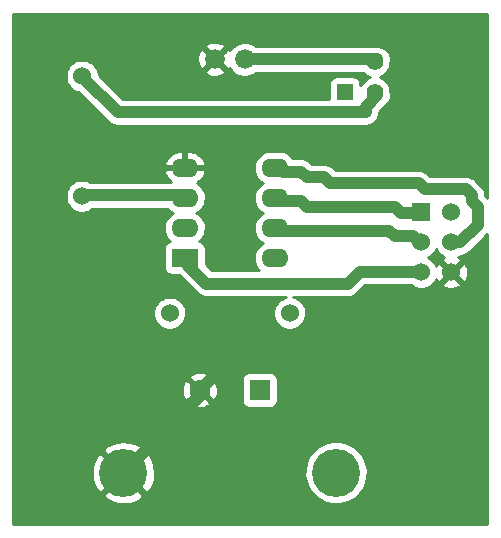
<source format=gbl>
G04 (created by PCBNEW (2013-07-07 BZR 4022)-stable) date 2014-07-19 12:08:06*
%MOIN*%
G04 Gerber Fmt 3.4, Leading zero omitted, Abs format*
%FSLAX34Y34*%
G01*
G70*
G90*
G04 APERTURE LIST*
%ADD10C,0.00590551*%
%ADD11C,0.066*%
%ADD12R,0.06X0.06*%
%ADD13C,0.06*%
%ADD14R,0.09X0.062*%
%ADD15O,0.09X0.062*%
%ADD16C,0.16*%
%ADD17R,0.055X0.055*%
%ADD18C,0.055*%
%ADD19R,0.07X0.07*%
%ADD20C,0.07*%
%ADD21C,0.035*%
%ADD22C,0.0393701*%
%ADD23C,0.01*%
G04 APERTURE END LIST*
G54D10*
G54D11*
X24122Y-15748D03*
X23122Y-15748D03*
G54D12*
X30011Y-20850D03*
G54D13*
X31011Y-20850D03*
X30011Y-21850D03*
X31011Y-21850D03*
X30011Y-22850D03*
X31011Y-22850D03*
G54D14*
X22122Y-22366D03*
G54D15*
X22122Y-21366D03*
X22122Y-20366D03*
X22122Y-19366D03*
X25122Y-19366D03*
X25122Y-20366D03*
X25122Y-21366D03*
X25122Y-22366D03*
G54D16*
X27165Y-29527D03*
G54D17*
X27452Y-16838D03*
G54D18*
X28452Y-16838D03*
X28452Y-15838D03*
G54D13*
X21622Y-24212D03*
X25622Y-24212D03*
X18700Y-16307D03*
X18700Y-20307D03*
G54D19*
X24622Y-26771D03*
G54D20*
X22622Y-26771D03*
G54D16*
X20078Y-29527D03*
G54D21*
X28543Y-26574D03*
G54D22*
X22622Y-26771D02*
X22637Y-26771D01*
X22637Y-26771D02*
X22637Y-26968D01*
X22637Y-26968D02*
X20078Y-29527D01*
X22622Y-26771D02*
X22637Y-26771D01*
X22637Y-26771D02*
X23425Y-25984D01*
X23425Y-25984D02*
X25393Y-25984D01*
X25393Y-25984D02*
X25984Y-26574D01*
X25984Y-26574D02*
X28543Y-26574D01*
X22122Y-22366D02*
X22244Y-22637D01*
X22244Y-22637D02*
X22834Y-23228D01*
X22834Y-23228D02*
X27559Y-23228D01*
X27559Y-23228D02*
X27952Y-22834D01*
X27952Y-22834D02*
X29921Y-22834D01*
X29921Y-22834D02*
X30011Y-22850D01*
X30011Y-21850D02*
X29921Y-21850D01*
X29921Y-21850D02*
X29724Y-21653D01*
X29724Y-21653D02*
X29133Y-21653D01*
X29133Y-21653D02*
X28937Y-21456D01*
X28937Y-21456D02*
X25196Y-21456D01*
X25196Y-21456D02*
X25122Y-21366D01*
X25122Y-20366D02*
X25196Y-20275D01*
X25196Y-20275D02*
X25393Y-20472D01*
X25393Y-20472D02*
X25984Y-20472D01*
X25984Y-20472D02*
X26181Y-20669D01*
X26181Y-20669D02*
X29133Y-20669D01*
X29133Y-20669D02*
X29330Y-20866D01*
X29330Y-20866D02*
X29921Y-20866D01*
X29921Y-20866D02*
X30011Y-20850D01*
X28452Y-15838D02*
X28543Y-15748D01*
X28543Y-15748D02*
X24122Y-15748D01*
X22122Y-20366D02*
X22047Y-20275D01*
X22047Y-20275D02*
X18700Y-20275D01*
X18700Y-20275D02*
X18700Y-20307D01*
X18700Y-16307D02*
X18700Y-16338D01*
X18700Y-16338D02*
X19881Y-17519D01*
X19881Y-17519D02*
X28149Y-17519D01*
X28149Y-17519D02*
X28149Y-17322D01*
X28149Y-17322D02*
X28543Y-16929D01*
X28543Y-16929D02*
X28452Y-16838D01*
X25122Y-19366D02*
X25393Y-19488D01*
X25393Y-19488D02*
X25984Y-19488D01*
X25984Y-19488D02*
X26181Y-19685D01*
X26181Y-19685D02*
X26771Y-19685D01*
X26771Y-19685D02*
X26968Y-19881D01*
X26968Y-19881D02*
X29921Y-19881D01*
X29921Y-19881D02*
X30118Y-20078D01*
X30118Y-20078D02*
X31496Y-20078D01*
X31496Y-20078D02*
X31692Y-20275D01*
X31692Y-20275D02*
X31692Y-20472D01*
X31692Y-20472D02*
X31889Y-20669D01*
X31889Y-20669D02*
X31889Y-21259D01*
X31889Y-21259D02*
X31299Y-21850D01*
X31299Y-21850D02*
X31011Y-21850D01*
G54D10*
G36*
X32210Y-31226D02*
X31563Y-31226D01*
X31563Y-22823D01*
X31548Y-22716D01*
X31511Y-22615D01*
X31486Y-22567D01*
X31391Y-22540D01*
X31082Y-22850D01*
X31391Y-23159D01*
X31486Y-23133D01*
X31532Y-23035D01*
X31558Y-22931D01*
X31563Y-22823D01*
X31563Y-31226D01*
X31321Y-31226D01*
X31321Y-23230D01*
X31011Y-22921D01*
X30702Y-23230D01*
X30728Y-23325D01*
X30826Y-23371D01*
X30930Y-23397D01*
X31038Y-23402D01*
X31145Y-23386D01*
X31247Y-23350D01*
X31294Y-23325D01*
X31321Y-23230D01*
X31321Y-31226D01*
X28215Y-31226D01*
X28215Y-29424D01*
X28175Y-29222D01*
X28096Y-29032D01*
X27982Y-28860D01*
X27837Y-28714D01*
X27667Y-28599D01*
X27477Y-28519D01*
X27275Y-28478D01*
X27069Y-28476D01*
X26867Y-28515D01*
X26676Y-28592D01*
X26504Y-28705D01*
X26357Y-28849D01*
X26240Y-29019D01*
X26159Y-29208D01*
X26116Y-29409D01*
X26113Y-29615D01*
X26151Y-29818D01*
X26226Y-30009D01*
X26338Y-30182D01*
X26481Y-30331D01*
X26650Y-30448D01*
X26839Y-30531D01*
X27040Y-30575D01*
X27246Y-30579D01*
X27449Y-30543D01*
X27641Y-30469D01*
X27814Y-30358D01*
X27964Y-30216D01*
X28082Y-30048D01*
X28166Y-29860D01*
X28212Y-29659D01*
X28215Y-29424D01*
X28215Y-31226D01*
X25222Y-31226D01*
X25222Y-27098D01*
X25222Y-26397D01*
X25212Y-26349D01*
X25193Y-26303D01*
X25166Y-26262D01*
X25132Y-26228D01*
X25091Y-26200D01*
X25046Y-26181D01*
X24998Y-26171D01*
X24949Y-26171D01*
X24247Y-26171D01*
X24199Y-26181D01*
X24154Y-26199D01*
X24113Y-26226D01*
X24078Y-26261D01*
X24051Y-26302D01*
X24032Y-26347D01*
X24022Y-26395D01*
X24021Y-26444D01*
X24022Y-27146D01*
X24031Y-27194D01*
X24050Y-27239D01*
X24077Y-27280D01*
X24111Y-27315D01*
X24152Y-27342D01*
X24197Y-27361D01*
X24245Y-27371D01*
X24294Y-27371D01*
X24996Y-27371D01*
X25044Y-27362D01*
X25089Y-27343D01*
X25130Y-27316D01*
X25165Y-27281D01*
X25193Y-27241D01*
X25212Y-27195D01*
X25221Y-27147D01*
X25222Y-27098D01*
X25222Y-31226D01*
X23224Y-31226D01*
X23224Y-26746D01*
X23208Y-26630D01*
X23169Y-26519D01*
X23137Y-26458D01*
X23037Y-26426D01*
X22967Y-26497D01*
X22967Y-26355D01*
X22934Y-26256D01*
X22828Y-26205D01*
X22714Y-26175D01*
X22597Y-26169D01*
X22480Y-26185D01*
X22369Y-26224D01*
X22309Y-26256D01*
X22276Y-26355D01*
X22622Y-26700D01*
X22967Y-26355D01*
X22967Y-26497D01*
X22692Y-26771D01*
X23037Y-27116D01*
X23137Y-27084D01*
X23188Y-26978D01*
X23217Y-26864D01*
X23224Y-26746D01*
X23224Y-31226D01*
X22967Y-31226D01*
X22967Y-27187D01*
X22622Y-26842D01*
X22551Y-26913D01*
X22551Y-26771D01*
X22206Y-26426D01*
X22172Y-26437D01*
X22172Y-24158D01*
X22151Y-24052D01*
X22110Y-23953D01*
X22050Y-23863D01*
X21974Y-23786D01*
X21884Y-23726D01*
X21785Y-23684D01*
X21679Y-23662D01*
X21571Y-23662D01*
X21466Y-23682D01*
X21366Y-23722D01*
X21275Y-23781D01*
X21198Y-23857D01*
X21137Y-23946D01*
X21095Y-24045D01*
X21072Y-24150D01*
X21071Y-24258D01*
X21090Y-24364D01*
X21130Y-24465D01*
X21188Y-24555D01*
X21263Y-24633D01*
X21352Y-24695D01*
X21451Y-24738D01*
X21556Y-24761D01*
X21664Y-24763D01*
X21770Y-24744D01*
X21871Y-24705D01*
X21962Y-24648D01*
X22040Y-24573D01*
X22102Y-24485D01*
X22146Y-24387D01*
X22170Y-24281D01*
X22172Y-24158D01*
X22172Y-26437D01*
X22106Y-26458D01*
X22055Y-26565D01*
X22026Y-26678D01*
X22019Y-26796D01*
X22035Y-26912D01*
X22074Y-27024D01*
X22106Y-27084D01*
X22206Y-27116D01*
X22551Y-26771D01*
X22551Y-26913D01*
X22276Y-27187D01*
X22309Y-27287D01*
X22415Y-27338D01*
X22529Y-27367D01*
X22646Y-27374D01*
X22763Y-27357D01*
X22874Y-27319D01*
X22934Y-27287D01*
X22967Y-27187D01*
X22967Y-31226D01*
X21133Y-31226D01*
X21133Y-29521D01*
X21112Y-29316D01*
X21051Y-29120D01*
X20960Y-28948D01*
X20815Y-28861D01*
X20744Y-28932D01*
X20744Y-28791D01*
X20657Y-28645D01*
X20475Y-28549D01*
X20277Y-28491D01*
X20072Y-28472D01*
X19868Y-28493D01*
X19671Y-28554D01*
X19499Y-28645D01*
X19413Y-28791D01*
X20078Y-29456D01*
X20744Y-28791D01*
X20744Y-28932D01*
X20149Y-29527D01*
X20815Y-30193D01*
X20960Y-30106D01*
X21056Y-29924D01*
X21114Y-29726D01*
X21133Y-29521D01*
X21133Y-31226D01*
X20744Y-31226D01*
X20744Y-30263D01*
X20078Y-29598D01*
X20008Y-29668D01*
X20008Y-29527D01*
X19342Y-28861D01*
X19196Y-28948D01*
X19101Y-29130D01*
X19042Y-29328D01*
X19023Y-29533D01*
X19044Y-29738D01*
X19105Y-29934D01*
X19196Y-30106D01*
X19342Y-30193D01*
X20008Y-29527D01*
X20008Y-29668D01*
X19413Y-30263D01*
X19499Y-30409D01*
X19682Y-30505D01*
X19879Y-30563D01*
X20084Y-30582D01*
X20289Y-30561D01*
X20486Y-30500D01*
X20657Y-30409D01*
X20744Y-30263D01*
X20744Y-31226D01*
X16411Y-31226D01*
X16411Y-14246D01*
X32210Y-14246D01*
X32210Y-20358D01*
X32210Y-20357D01*
X32206Y-20354D01*
X32206Y-20354D01*
X32206Y-20354D01*
X32205Y-20353D01*
X32139Y-20287D01*
X32139Y-20275D01*
X32135Y-20234D01*
X32132Y-20193D01*
X32131Y-20191D01*
X32131Y-20188D01*
X32119Y-20149D01*
X32107Y-20109D01*
X32106Y-20107D01*
X32106Y-20105D01*
X32086Y-20068D01*
X32067Y-20032D01*
X32066Y-20030D01*
X32065Y-20028D01*
X32039Y-19996D01*
X32013Y-19964D01*
X32010Y-19960D01*
X32009Y-19960D01*
X32009Y-19960D01*
X32008Y-19959D01*
X31812Y-19762D01*
X31780Y-19736D01*
X31748Y-19710D01*
X31746Y-19708D01*
X31744Y-19707D01*
X31708Y-19687D01*
X31672Y-19668D01*
X31669Y-19667D01*
X31667Y-19666D01*
X31628Y-19654D01*
X31588Y-19641D01*
X31586Y-19641D01*
X31584Y-19640D01*
X31543Y-19636D01*
X31502Y-19631D01*
X31497Y-19631D01*
X31497Y-19631D01*
X31497Y-19631D01*
X31496Y-19631D01*
X30303Y-19631D01*
X30237Y-19565D01*
X30205Y-19539D01*
X30173Y-19513D01*
X30171Y-19512D01*
X30169Y-19510D01*
X30133Y-19491D01*
X30097Y-19471D01*
X30095Y-19470D01*
X30092Y-19469D01*
X30053Y-19457D01*
X30014Y-19444D01*
X30011Y-19444D01*
X30009Y-19443D01*
X29968Y-19439D01*
X29927Y-19435D01*
X29922Y-19435D01*
X29922Y-19435D01*
X29922Y-19435D01*
X29921Y-19435D01*
X28990Y-19435D01*
X28990Y-16930D01*
X28986Y-16888D01*
X28982Y-16846D01*
X28982Y-16845D01*
X28981Y-16843D01*
X28977Y-16827D01*
X28977Y-16787D01*
X28957Y-16686D01*
X28918Y-16590D01*
X28861Y-16505D01*
X28789Y-16432D01*
X28703Y-16374D01*
X28616Y-16338D01*
X28690Y-16309D01*
X28777Y-16254D01*
X28852Y-16183D01*
X28911Y-16099D01*
X28953Y-16005D01*
X28976Y-15904D01*
X28976Y-15851D01*
X28981Y-15837D01*
X28981Y-15837D01*
X28981Y-15836D01*
X28985Y-15793D01*
X28990Y-15751D01*
X28990Y-15750D01*
X28990Y-15749D01*
X28986Y-15706D01*
X28982Y-15664D01*
X28982Y-15663D01*
X28981Y-15662D01*
X28969Y-15621D01*
X28957Y-15580D01*
X28957Y-15579D01*
X28957Y-15579D01*
X28937Y-15541D01*
X28917Y-15503D01*
X28916Y-15502D01*
X28916Y-15502D01*
X28889Y-15468D01*
X28862Y-15435D01*
X28861Y-15434D01*
X28861Y-15434D01*
X28828Y-15406D01*
X28795Y-15379D01*
X28795Y-15378D01*
X28794Y-15378D01*
X28756Y-15357D01*
X28719Y-15337D01*
X28718Y-15337D01*
X28717Y-15336D01*
X28677Y-15323D01*
X28636Y-15310D01*
X28635Y-15310D01*
X28634Y-15310D01*
X28592Y-15306D01*
X28549Y-15301D01*
X28548Y-15301D01*
X28547Y-15301D01*
X28547Y-15301D01*
X28543Y-15301D01*
X24495Y-15301D01*
X24493Y-15298D01*
X24399Y-15235D01*
X24294Y-15191D01*
X24182Y-15168D01*
X24069Y-15167D01*
X23957Y-15188D01*
X23852Y-15231D01*
X23756Y-15293D01*
X23675Y-15373D01*
X23622Y-15450D01*
X23621Y-15447D01*
X23523Y-15417D01*
X23452Y-15487D01*
X23452Y-15346D01*
X23422Y-15248D01*
X23320Y-15199D01*
X23209Y-15171D01*
X23096Y-15165D01*
X22983Y-15181D01*
X22876Y-15219D01*
X22821Y-15248D01*
X22791Y-15346D01*
X23122Y-15677D01*
X23452Y-15346D01*
X23452Y-15487D01*
X23192Y-15748D01*
X23523Y-16078D01*
X23621Y-16048D01*
X23623Y-16044D01*
X23665Y-16110D01*
X23744Y-16191D01*
X23837Y-16256D01*
X23941Y-16302D01*
X24053Y-16326D01*
X24166Y-16329D01*
X24278Y-16309D01*
X24384Y-16268D01*
X24480Y-16207D01*
X24493Y-16194D01*
X28066Y-16194D01*
X28110Y-16240D01*
X28195Y-16299D01*
X28287Y-16339D01*
X28208Y-16371D01*
X28122Y-16427D01*
X28048Y-16499D01*
X27990Y-16584D01*
X27977Y-16614D01*
X27977Y-16539D01*
X27968Y-16490D01*
X27949Y-16445D01*
X27922Y-16404D01*
X27887Y-16370D01*
X27847Y-16342D01*
X27802Y-16323D01*
X27754Y-16313D01*
X27704Y-16313D01*
X27153Y-16313D01*
X27105Y-16323D01*
X27059Y-16341D01*
X27018Y-16368D01*
X26984Y-16403D01*
X26956Y-16444D01*
X26937Y-16489D01*
X26927Y-16537D01*
X26927Y-16586D01*
X26927Y-17072D01*
X23452Y-17072D01*
X23452Y-16149D01*
X23122Y-15818D01*
X23051Y-15889D01*
X23051Y-15748D01*
X22720Y-15417D01*
X22622Y-15447D01*
X22573Y-15549D01*
X22545Y-15660D01*
X22539Y-15773D01*
X22555Y-15886D01*
X22593Y-15993D01*
X22622Y-16048D01*
X22720Y-16078D01*
X23051Y-15748D01*
X23051Y-15889D01*
X22791Y-16149D01*
X22821Y-16247D01*
X22923Y-16296D01*
X23034Y-16324D01*
X23147Y-16330D01*
X23260Y-16314D01*
X23367Y-16276D01*
X23422Y-16247D01*
X23452Y-16149D01*
X23452Y-17072D01*
X20066Y-17072D01*
X19250Y-16256D01*
X19250Y-16253D01*
X19229Y-16147D01*
X19188Y-16047D01*
X19129Y-15957D01*
X19053Y-15881D01*
X18963Y-15820D01*
X18864Y-15779D01*
X18758Y-15757D01*
X18650Y-15756D01*
X18544Y-15776D01*
X18444Y-15817D01*
X18354Y-15876D01*
X18277Y-15951D01*
X18216Y-16040D01*
X18173Y-16139D01*
X18151Y-16245D01*
X18150Y-16353D01*
X18169Y-16459D01*
X18209Y-16559D01*
X18267Y-16650D01*
X18342Y-16727D01*
X18431Y-16789D01*
X18530Y-16832D01*
X18572Y-16841D01*
X19565Y-17835D01*
X19597Y-17861D01*
X19629Y-17888D01*
X19631Y-17889D01*
X19633Y-17891D01*
X19669Y-17910D01*
X19705Y-17930D01*
X19708Y-17931D01*
X19710Y-17932D01*
X19749Y-17944D01*
X19788Y-17956D01*
X19791Y-17957D01*
X19793Y-17957D01*
X19834Y-17961D01*
X19875Y-17966D01*
X19880Y-17966D01*
X19880Y-17966D01*
X19880Y-17966D01*
X19881Y-17966D01*
X28149Y-17966D01*
X28191Y-17962D01*
X28233Y-17958D01*
X28234Y-17958D01*
X28236Y-17958D01*
X28276Y-17945D01*
X28316Y-17933D01*
X28318Y-17933D01*
X28319Y-17932D01*
X28357Y-17913D01*
X28394Y-17893D01*
X28395Y-17892D01*
X28396Y-17891D01*
X28429Y-17865D01*
X28462Y-17838D01*
X28463Y-17837D01*
X28464Y-17836D01*
X28491Y-17804D01*
X28518Y-17772D01*
X28519Y-17770D01*
X28520Y-17769D01*
X28540Y-17732D01*
X28560Y-17695D01*
X28560Y-17694D01*
X28561Y-17692D01*
X28573Y-17652D01*
X28586Y-17612D01*
X28586Y-17611D01*
X28587Y-17609D01*
X28591Y-17567D01*
X28596Y-17525D01*
X28596Y-17522D01*
X28596Y-17522D01*
X28596Y-17522D01*
X28596Y-17519D01*
X28596Y-17507D01*
X28859Y-17245D01*
X28886Y-17212D01*
X28912Y-17180D01*
X28913Y-17178D01*
X28914Y-17177D01*
X28934Y-17140D01*
X28954Y-17103D01*
X28955Y-17102D01*
X28955Y-17100D01*
X28968Y-17060D01*
X28980Y-17020D01*
X28980Y-17018D01*
X28981Y-17017D01*
X28985Y-16975D01*
X28990Y-16933D01*
X28989Y-16932D01*
X28990Y-16930D01*
X28990Y-19435D01*
X27153Y-19435D01*
X27087Y-19369D01*
X27055Y-19342D01*
X27024Y-19316D01*
X27022Y-19315D01*
X27020Y-19313D01*
X26983Y-19294D01*
X26947Y-19274D01*
X26945Y-19273D01*
X26943Y-19272D01*
X26903Y-19260D01*
X26864Y-19247D01*
X26862Y-19247D01*
X26859Y-19247D01*
X26818Y-19242D01*
X26777Y-19238D01*
X26773Y-19238D01*
X26773Y-19238D01*
X26773Y-19238D01*
X26771Y-19238D01*
X26366Y-19238D01*
X26300Y-19172D01*
X26268Y-19146D01*
X26236Y-19119D01*
X26234Y-19118D01*
X26232Y-19116D01*
X26196Y-19097D01*
X26160Y-19077D01*
X26158Y-19076D01*
X26155Y-19075D01*
X26116Y-19063D01*
X26077Y-19051D01*
X26074Y-19050D01*
X26072Y-19050D01*
X26031Y-19045D01*
X25990Y-19041D01*
X25985Y-19041D01*
X25985Y-19041D01*
X25985Y-19041D01*
X25984Y-19041D01*
X25719Y-19041D01*
X25665Y-18974D01*
X25581Y-18904D01*
X25486Y-18851D01*
X25381Y-18818D01*
X25273Y-18806D01*
X25265Y-18806D01*
X24978Y-18806D01*
X24869Y-18816D01*
X24765Y-18848D01*
X24668Y-18899D01*
X24584Y-18968D01*
X24514Y-19052D01*
X24462Y-19149D01*
X24430Y-19253D01*
X24418Y-19362D01*
X24428Y-19471D01*
X24459Y-19575D01*
X24510Y-19672D01*
X24578Y-19757D01*
X24662Y-19828D01*
X24731Y-19866D01*
X24668Y-19899D01*
X24584Y-19968D01*
X24514Y-20052D01*
X24462Y-20149D01*
X24430Y-20253D01*
X24418Y-20362D01*
X24428Y-20471D01*
X24459Y-20575D01*
X24510Y-20672D01*
X24578Y-20757D01*
X24662Y-20828D01*
X24731Y-20866D01*
X24668Y-20899D01*
X24584Y-20968D01*
X24514Y-21052D01*
X24462Y-21149D01*
X24430Y-21253D01*
X24418Y-21362D01*
X24428Y-21471D01*
X24459Y-21575D01*
X24510Y-21672D01*
X24578Y-21757D01*
X24662Y-21828D01*
X24731Y-21866D01*
X24668Y-21899D01*
X24584Y-21968D01*
X24514Y-22052D01*
X24462Y-22149D01*
X24430Y-22253D01*
X24418Y-22362D01*
X24428Y-22471D01*
X24459Y-22575D01*
X24510Y-22672D01*
X24578Y-22757D01*
X24606Y-22781D01*
X23019Y-22781D01*
X22822Y-22583D01*
X22822Y-22031D01*
X22812Y-21983D01*
X22793Y-21938D01*
X22766Y-21897D01*
X22732Y-21862D01*
X22691Y-21835D01*
X22646Y-21816D01*
X22605Y-21807D01*
X22660Y-21763D01*
X22729Y-21679D01*
X22781Y-21583D01*
X22813Y-21478D01*
X22825Y-21370D01*
X22815Y-21261D01*
X22784Y-21156D01*
X22734Y-21059D01*
X22665Y-20974D01*
X22581Y-20904D01*
X22512Y-20865D01*
X22575Y-20832D01*
X22660Y-20763D01*
X22729Y-20679D01*
X22781Y-20583D01*
X22813Y-20478D01*
X22825Y-20370D01*
X22815Y-20261D01*
X22784Y-20156D01*
X22734Y-20059D01*
X22665Y-19974D01*
X22581Y-19904D01*
X22515Y-19867D01*
X22521Y-19864D01*
X22613Y-19804D01*
X22692Y-19728D01*
X22754Y-19637D01*
X22797Y-19537D01*
X22805Y-19502D01*
X22805Y-19229D01*
X22797Y-19195D01*
X22754Y-19094D01*
X22692Y-19004D01*
X22613Y-18927D01*
X22521Y-18867D01*
X22419Y-18826D01*
X22312Y-18806D01*
X22172Y-18806D01*
X22172Y-19316D01*
X22757Y-19316D01*
X22805Y-19229D01*
X22805Y-19502D01*
X22757Y-19416D01*
X22172Y-19416D01*
X22172Y-19424D01*
X22072Y-19424D01*
X22072Y-19416D01*
X22072Y-19316D01*
X22072Y-18806D01*
X21932Y-18806D01*
X21824Y-18826D01*
X21722Y-18867D01*
X21630Y-18927D01*
X21551Y-19004D01*
X21489Y-19094D01*
X21446Y-19195D01*
X21438Y-19229D01*
X21487Y-19316D01*
X22072Y-19316D01*
X22072Y-19416D01*
X21487Y-19416D01*
X21438Y-19502D01*
X21446Y-19537D01*
X21489Y-19637D01*
X21551Y-19728D01*
X21630Y-19804D01*
X21667Y-19828D01*
X18975Y-19828D01*
X18963Y-19820D01*
X18864Y-19779D01*
X18758Y-19757D01*
X18650Y-19756D01*
X18544Y-19776D01*
X18444Y-19817D01*
X18354Y-19876D01*
X18277Y-19951D01*
X18216Y-20040D01*
X18173Y-20139D01*
X18151Y-20245D01*
X18150Y-20353D01*
X18169Y-20459D01*
X18209Y-20559D01*
X18267Y-20650D01*
X18342Y-20727D01*
X18431Y-20789D01*
X18530Y-20832D01*
X18635Y-20855D01*
X18743Y-20858D01*
X18849Y-20839D01*
X18949Y-20800D01*
X19041Y-20742D01*
X19062Y-20722D01*
X21550Y-20722D01*
X21578Y-20757D01*
X21662Y-20828D01*
X21731Y-20866D01*
X21668Y-20899D01*
X21584Y-20968D01*
X21514Y-21052D01*
X21462Y-21149D01*
X21430Y-21253D01*
X21418Y-21362D01*
X21428Y-21471D01*
X21459Y-21575D01*
X21510Y-21672D01*
X21578Y-21757D01*
X21638Y-21807D01*
X21599Y-21815D01*
X21554Y-21834D01*
X21513Y-21861D01*
X21478Y-21896D01*
X21451Y-21936D01*
X21432Y-21981D01*
X21422Y-22029D01*
X21421Y-22078D01*
X21422Y-22700D01*
X21431Y-22748D01*
X21450Y-22794D01*
X21477Y-22834D01*
X21511Y-22869D01*
X21552Y-22897D01*
X21597Y-22916D01*
X21645Y-22925D01*
X21694Y-22926D01*
X21905Y-22926D01*
X21923Y-22949D01*
X21928Y-22953D01*
X22518Y-23544D01*
X22550Y-23570D01*
X22582Y-23597D01*
X22584Y-23598D01*
X22586Y-23599D01*
X22622Y-23619D01*
X22658Y-23639D01*
X22660Y-23639D01*
X22662Y-23640D01*
X22702Y-23652D01*
X22741Y-23665D01*
X22744Y-23665D01*
X22746Y-23666D01*
X22787Y-23670D01*
X22828Y-23675D01*
X22832Y-23675D01*
X22833Y-23675D01*
X22833Y-23675D01*
X22834Y-23675D01*
X25503Y-23675D01*
X25466Y-23682D01*
X25366Y-23722D01*
X25275Y-23781D01*
X25198Y-23857D01*
X25137Y-23946D01*
X25095Y-24045D01*
X25072Y-24150D01*
X25071Y-24258D01*
X25090Y-24364D01*
X25130Y-24465D01*
X25188Y-24555D01*
X25263Y-24633D01*
X25352Y-24695D01*
X25451Y-24738D01*
X25556Y-24761D01*
X25664Y-24763D01*
X25770Y-24744D01*
X25871Y-24705D01*
X25962Y-24648D01*
X26040Y-24573D01*
X26102Y-24485D01*
X26146Y-24387D01*
X26170Y-24281D01*
X26172Y-24158D01*
X26151Y-24052D01*
X26110Y-23953D01*
X26050Y-23863D01*
X25974Y-23786D01*
X25884Y-23726D01*
X25785Y-23684D01*
X25739Y-23675D01*
X27559Y-23675D01*
X27600Y-23671D01*
X27641Y-23667D01*
X27643Y-23666D01*
X27645Y-23666D01*
X27685Y-23654D01*
X27725Y-23643D01*
X27727Y-23642D01*
X27729Y-23641D01*
X27765Y-23622D01*
X27802Y-23603D01*
X27804Y-23601D01*
X27806Y-23600D01*
X27838Y-23574D01*
X27870Y-23548D01*
X27873Y-23545D01*
X27873Y-23545D01*
X27873Y-23545D01*
X27875Y-23544D01*
X28137Y-23281D01*
X29668Y-23281D01*
X29742Y-23332D01*
X29841Y-23376D01*
X29946Y-23399D01*
X30054Y-23401D01*
X30160Y-23382D01*
X30260Y-23343D01*
X30352Y-23285D01*
X30430Y-23211D01*
X30492Y-23123D01*
X30510Y-23082D01*
X30511Y-23085D01*
X30537Y-23133D01*
X30631Y-23159D01*
X30941Y-22850D01*
X30631Y-22540D01*
X30537Y-22567D01*
X30512Y-22620D01*
X30499Y-22590D01*
X30440Y-22501D01*
X30364Y-22424D01*
X30274Y-22364D01*
X30242Y-22350D01*
X30260Y-22343D01*
X30352Y-22285D01*
X30430Y-22211D01*
X30492Y-22123D01*
X30511Y-22080D01*
X30520Y-22103D01*
X30578Y-22193D01*
X30653Y-22271D01*
X30742Y-22332D01*
X30779Y-22349D01*
X30776Y-22350D01*
X30728Y-22375D01*
X30702Y-22470D01*
X31011Y-22779D01*
X31321Y-22470D01*
X31294Y-22375D01*
X31242Y-22350D01*
X31260Y-22343D01*
X31340Y-22293D01*
X31381Y-22289D01*
X31383Y-22288D01*
X31386Y-22288D01*
X31425Y-22276D01*
X31465Y-22265D01*
X31467Y-22264D01*
X31469Y-22263D01*
X31505Y-22244D01*
X31542Y-22225D01*
X31544Y-22223D01*
X31546Y-22222D01*
X31578Y-22196D01*
X31610Y-22170D01*
X31614Y-22167D01*
X31614Y-22167D01*
X31614Y-22167D01*
X31615Y-22166D01*
X32205Y-21575D01*
X32210Y-21569D01*
X32210Y-31226D01*
X32210Y-31226D01*
G37*
G54D23*
X32210Y-31226D02*
X31563Y-31226D01*
X31563Y-22823D01*
X31548Y-22716D01*
X31511Y-22615D01*
X31486Y-22567D01*
X31391Y-22540D01*
X31082Y-22850D01*
X31391Y-23159D01*
X31486Y-23133D01*
X31532Y-23035D01*
X31558Y-22931D01*
X31563Y-22823D01*
X31563Y-31226D01*
X31321Y-31226D01*
X31321Y-23230D01*
X31011Y-22921D01*
X30702Y-23230D01*
X30728Y-23325D01*
X30826Y-23371D01*
X30930Y-23397D01*
X31038Y-23402D01*
X31145Y-23386D01*
X31247Y-23350D01*
X31294Y-23325D01*
X31321Y-23230D01*
X31321Y-31226D01*
X28215Y-31226D01*
X28215Y-29424D01*
X28175Y-29222D01*
X28096Y-29032D01*
X27982Y-28860D01*
X27837Y-28714D01*
X27667Y-28599D01*
X27477Y-28519D01*
X27275Y-28478D01*
X27069Y-28476D01*
X26867Y-28515D01*
X26676Y-28592D01*
X26504Y-28705D01*
X26357Y-28849D01*
X26240Y-29019D01*
X26159Y-29208D01*
X26116Y-29409D01*
X26113Y-29615D01*
X26151Y-29818D01*
X26226Y-30009D01*
X26338Y-30182D01*
X26481Y-30331D01*
X26650Y-30448D01*
X26839Y-30531D01*
X27040Y-30575D01*
X27246Y-30579D01*
X27449Y-30543D01*
X27641Y-30469D01*
X27814Y-30358D01*
X27964Y-30216D01*
X28082Y-30048D01*
X28166Y-29860D01*
X28212Y-29659D01*
X28215Y-29424D01*
X28215Y-31226D01*
X25222Y-31226D01*
X25222Y-27098D01*
X25222Y-26397D01*
X25212Y-26349D01*
X25193Y-26303D01*
X25166Y-26262D01*
X25132Y-26228D01*
X25091Y-26200D01*
X25046Y-26181D01*
X24998Y-26171D01*
X24949Y-26171D01*
X24247Y-26171D01*
X24199Y-26181D01*
X24154Y-26199D01*
X24113Y-26226D01*
X24078Y-26261D01*
X24051Y-26302D01*
X24032Y-26347D01*
X24022Y-26395D01*
X24021Y-26444D01*
X24022Y-27146D01*
X24031Y-27194D01*
X24050Y-27239D01*
X24077Y-27280D01*
X24111Y-27315D01*
X24152Y-27342D01*
X24197Y-27361D01*
X24245Y-27371D01*
X24294Y-27371D01*
X24996Y-27371D01*
X25044Y-27362D01*
X25089Y-27343D01*
X25130Y-27316D01*
X25165Y-27281D01*
X25193Y-27241D01*
X25212Y-27195D01*
X25221Y-27147D01*
X25222Y-27098D01*
X25222Y-31226D01*
X23224Y-31226D01*
X23224Y-26746D01*
X23208Y-26630D01*
X23169Y-26519D01*
X23137Y-26458D01*
X23037Y-26426D01*
X22967Y-26497D01*
X22967Y-26355D01*
X22934Y-26256D01*
X22828Y-26205D01*
X22714Y-26175D01*
X22597Y-26169D01*
X22480Y-26185D01*
X22369Y-26224D01*
X22309Y-26256D01*
X22276Y-26355D01*
X22622Y-26700D01*
X22967Y-26355D01*
X22967Y-26497D01*
X22692Y-26771D01*
X23037Y-27116D01*
X23137Y-27084D01*
X23188Y-26978D01*
X23217Y-26864D01*
X23224Y-26746D01*
X23224Y-31226D01*
X22967Y-31226D01*
X22967Y-27187D01*
X22622Y-26842D01*
X22551Y-26913D01*
X22551Y-26771D01*
X22206Y-26426D01*
X22172Y-26437D01*
X22172Y-24158D01*
X22151Y-24052D01*
X22110Y-23953D01*
X22050Y-23863D01*
X21974Y-23786D01*
X21884Y-23726D01*
X21785Y-23684D01*
X21679Y-23662D01*
X21571Y-23662D01*
X21466Y-23682D01*
X21366Y-23722D01*
X21275Y-23781D01*
X21198Y-23857D01*
X21137Y-23946D01*
X21095Y-24045D01*
X21072Y-24150D01*
X21071Y-24258D01*
X21090Y-24364D01*
X21130Y-24465D01*
X21188Y-24555D01*
X21263Y-24633D01*
X21352Y-24695D01*
X21451Y-24738D01*
X21556Y-24761D01*
X21664Y-24763D01*
X21770Y-24744D01*
X21871Y-24705D01*
X21962Y-24648D01*
X22040Y-24573D01*
X22102Y-24485D01*
X22146Y-24387D01*
X22170Y-24281D01*
X22172Y-24158D01*
X22172Y-26437D01*
X22106Y-26458D01*
X22055Y-26565D01*
X22026Y-26678D01*
X22019Y-26796D01*
X22035Y-26912D01*
X22074Y-27024D01*
X22106Y-27084D01*
X22206Y-27116D01*
X22551Y-26771D01*
X22551Y-26913D01*
X22276Y-27187D01*
X22309Y-27287D01*
X22415Y-27338D01*
X22529Y-27367D01*
X22646Y-27374D01*
X22763Y-27357D01*
X22874Y-27319D01*
X22934Y-27287D01*
X22967Y-27187D01*
X22967Y-31226D01*
X21133Y-31226D01*
X21133Y-29521D01*
X21112Y-29316D01*
X21051Y-29120D01*
X20960Y-28948D01*
X20815Y-28861D01*
X20744Y-28932D01*
X20744Y-28791D01*
X20657Y-28645D01*
X20475Y-28549D01*
X20277Y-28491D01*
X20072Y-28472D01*
X19868Y-28493D01*
X19671Y-28554D01*
X19499Y-28645D01*
X19413Y-28791D01*
X20078Y-29456D01*
X20744Y-28791D01*
X20744Y-28932D01*
X20149Y-29527D01*
X20815Y-30193D01*
X20960Y-30106D01*
X21056Y-29924D01*
X21114Y-29726D01*
X21133Y-29521D01*
X21133Y-31226D01*
X20744Y-31226D01*
X20744Y-30263D01*
X20078Y-29598D01*
X20008Y-29668D01*
X20008Y-29527D01*
X19342Y-28861D01*
X19196Y-28948D01*
X19101Y-29130D01*
X19042Y-29328D01*
X19023Y-29533D01*
X19044Y-29738D01*
X19105Y-29934D01*
X19196Y-30106D01*
X19342Y-30193D01*
X20008Y-29527D01*
X20008Y-29668D01*
X19413Y-30263D01*
X19499Y-30409D01*
X19682Y-30505D01*
X19879Y-30563D01*
X20084Y-30582D01*
X20289Y-30561D01*
X20486Y-30500D01*
X20657Y-30409D01*
X20744Y-30263D01*
X20744Y-31226D01*
X16411Y-31226D01*
X16411Y-14246D01*
X32210Y-14246D01*
X32210Y-20358D01*
X32210Y-20357D01*
X32206Y-20354D01*
X32206Y-20354D01*
X32206Y-20354D01*
X32205Y-20353D01*
X32139Y-20287D01*
X32139Y-20275D01*
X32135Y-20234D01*
X32132Y-20193D01*
X32131Y-20191D01*
X32131Y-20188D01*
X32119Y-20149D01*
X32107Y-20109D01*
X32106Y-20107D01*
X32106Y-20105D01*
X32086Y-20068D01*
X32067Y-20032D01*
X32066Y-20030D01*
X32065Y-20028D01*
X32039Y-19996D01*
X32013Y-19964D01*
X32010Y-19960D01*
X32009Y-19960D01*
X32009Y-19960D01*
X32008Y-19959D01*
X31812Y-19762D01*
X31780Y-19736D01*
X31748Y-19710D01*
X31746Y-19708D01*
X31744Y-19707D01*
X31708Y-19687D01*
X31672Y-19668D01*
X31669Y-19667D01*
X31667Y-19666D01*
X31628Y-19654D01*
X31588Y-19641D01*
X31586Y-19641D01*
X31584Y-19640D01*
X31543Y-19636D01*
X31502Y-19631D01*
X31497Y-19631D01*
X31497Y-19631D01*
X31497Y-19631D01*
X31496Y-19631D01*
X30303Y-19631D01*
X30237Y-19565D01*
X30205Y-19539D01*
X30173Y-19513D01*
X30171Y-19512D01*
X30169Y-19510D01*
X30133Y-19491D01*
X30097Y-19471D01*
X30095Y-19470D01*
X30092Y-19469D01*
X30053Y-19457D01*
X30014Y-19444D01*
X30011Y-19444D01*
X30009Y-19443D01*
X29968Y-19439D01*
X29927Y-19435D01*
X29922Y-19435D01*
X29922Y-19435D01*
X29922Y-19435D01*
X29921Y-19435D01*
X28990Y-19435D01*
X28990Y-16930D01*
X28986Y-16888D01*
X28982Y-16846D01*
X28982Y-16845D01*
X28981Y-16843D01*
X28977Y-16827D01*
X28977Y-16787D01*
X28957Y-16686D01*
X28918Y-16590D01*
X28861Y-16505D01*
X28789Y-16432D01*
X28703Y-16374D01*
X28616Y-16338D01*
X28690Y-16309D01*
X28777Y-16254D01*
X28852Y-16183D01*
X28911Y-16099D01*
X28953Y-16005D01*
X28976Y-15904D01*
X28976Y-15851D01*
X28981Y-15837D01*
X28981Y-15837D01*
X28981Y-15836D01*
X28985Y-15793D01*
X28990Y-15751D01*
X28990Y-15750D01*
X28990Y-15749D01*
X28986Y-15706D01*
X28982Y-15664D01*
X28982Y-15663D01*
X28981Y-15662D01*
X28969Y-15621D01*
X28957Y-15580D01*
X28957Y-15579D01*
X28957Y-15579D01*
X28937Y-15541D01*
X28917Y-15503D01*
X28916Y-15502D01*
X28916Y-15502D01*
X28889Y-15468D01*
X28862Y-15435D01*
X28861Y-15434D01*
X28861Y-15434D01*
X28828Y-15406D01*
X28795Y-15379D01*
X28795Y-15378D01*
X28794Y-15378D01*
X28756Y-15357D01*
X28719Y-15337D01*
X28718Y-15337D01*
X28717Y-15336D01*
X28677Y-15323D01*
X28636Y-15310D01*
X28635Y-15310D01*
X28634Y-15310D01*
X28592Y-15306D01*
X28549Y-15301D01*
X28548Y-15301D01*
X28547Y-15301D01*
X28547Y-15301D01*
X28543Y-15301D01*
X24495Y-15301D01*
X24493Y-15298D01*
X24399Y-15235D01*
X24294Y-15191D01*
X24182Y-15168D01*
X24069Y-15167D01*
X23957Y-15188D01*
X23852Y-15231D01*
X23756Y-15293D01*
X23675Y-15373D01*
X23622Y-15450D01*
X23621Y-15447D01*
X23523Y-15417D01*
X23452Y-15487D01*
X23452Y-15346D01*
X23422Y-15248D01*
X23320Y-15199D01*
X23209Y-15171D01*
X23096Y-15165D01*
X22983Y-15181D01*
X22876Y-15219D01*
X22821Y-15248D01*
X22791Y-15346D01*
X23122Y-15677D01*
X23452Y-15346D01*
X23452Y-15487D01*
X23192Y-15748D01*
X23523Y-16078D01*
X23621Y-16048D01*
X23623Y-16044D01*
X23665Y-16110D01*
X23744Y-16191D01*
X23837Y-16256D01*
X23941Y-16302D01*
X24053Y-16326D01*
X24166Y-16329D01*
X24278Y-16309D01*
X24384Y-16268D01*
X24480Y-16207D01*
X24493Y-16194D01*
X28066Y-16194D01*
X28110Y-16240D01*
X28195Y-16299D01*
X28287Y-16339D01*
X28208Y-16371D01*
X28122Y-16427D01*
X28048Y-16499D01*
X27990Y-16584D01*
X27977Y-16614D01*
X27977Y-16539D01*
X27968Y-16490D01*
X27949Y-16445D01*
X27922Y-16404D01*
X27887Y-16370D01*
X27847Y-16342D01*
X27802Y-16323D01*
X27754Y-16313D01*
X27704Y-16313D01*
X27153Y-16313D01*
X27105Y-16323D01*
X27059Y-16341D01*
X27018Y-16368D01*
X26984Y-16403D01*
X26956Y-16444D01*
X26937Y-16489D01*
X26927Y-16537D01*
X26927Y-16586D01*
X26927Y-17072D01*
X23452Y-17072D01*
X23452Y-16149D01*
X23122Y-15818D01*
X23051Y-15889D01*
X23051Y-15748D01*
X22720Y-15417D01*
X22622Y-15447D01*
X22573Y-15549D01*
X22545Y-15660D01*
X22539Y-15773D01*
X22555Y-15886D01*
X22593Y-15993D01*
X22622Y-16048D01*
X22720Y-16078D01*
X23051Y-15748D01*
X23051Y-15889D01*
X22791Y-16149D01*
X22821Y-16247D01*
X22923Y-16296D01*
X23034Y-16324D01*
X23147Y-16330D01*
X23260Y-16314D01*
X23367Y-16276D01*
X23422Y-16247D01*
X23452Y-16149D01*
X23452Y-17072D01*
X20066Y-17072D01*
X19250Y-16256D01*
X19250Y-16253D01*
X19229Y-16147D01*
X19188Y-16047D01*
X19129Y-15957D01*
X19053Y-15881D01*
X18963Y-15820D01*
X18864Y-15779D01*
X18758Y-15757D01*
X18650Y-15756D01*
X18544Y-15776D01*
X18444Y-15817D01*
X18354Y-15876D01*
X18277Y-15951D01*
X18216Y-16040D01*
X18173Y-16139D01*
X18151Y-16245D01*
X18150Y-16353D01*
X18169Y-16459D01*
X18209Y-16559D01*
X18267Y-16650D01*
X18342Y-16727D01*
X18431Y-16789D01*
X18530Y-16832D01*
X18572Y-16841D01*
X19565Y-17835D01*
X19597Y-17861D01*
X19629Y-17888D01*
X19631Y-17889D01*
X19633Y-17891D01*
X19669Y-17910D01*
X19705Y-17930D01*
X19708Y-17931D01*
X19710Y-17932D01*
X19749Y-17944D01*
X19788Y-17956D01*
X19791Y-17957D01*
X19793Y-17957D01*
X19834Y-17961D01*
X19875Y-17966D01*
X19880Y-17966D01*
X19880Y-17966D01*
X19880Y-17966D01*
X19881Y-17966D01*
X28149Y-17966D01*
X28191Y-17962D01*
X28233Y-17958D01*
X28234Y-17958D01*
X28236Y-17958D01*
X28276Y-17945D01*
X28316Y-17933D01*
X28318Y-17933D01*
X28319Y-17932D01*
X28357Y-17913D01*
X28394Y-17893D01*
X28395Y-17892D01*
X28396Y-17891D01*
X28429Y-17865D01*
X28462Y-17838D01*
X28463Y-17837D01*
X28464Y-17836D01*
X28491Y-17804D01*
X28518Y-17772D01*
X28519Y-17770D01*
X28520Y-17769D01*
X28540Y-17732D01*
X28560Y-17695D01*
X28560Y-17694D01*
X28561Y-17692D01*
X28573Y-17652D01*
X28586Y-17612D01*
X28586Y-17611D01*
X28587Y-17609D01*
X28591Y-17567D01*
X28596Y-17525D01*
X28596Y-17522D01*
X28596Y-17522D01*
X28596Y-17522D01*
X28596Y-17519D01*
X28596Y-17507D01*
X28859Y-17245D01*
X28886Y-17212D01*
X28912Y-17180D01*
X28913Y-17178D01*
X28914Y-17177D01*
X28934Y-17140D01*
X28954Y-17103D01*
X28955Y-17102D01*
X28955Y-17100D01*
X28968Y-17060D01*
X28980Y-17020D01*
X28980Y-17018D01*
X28981Y-17017D01*
X28985Y-16975D01*
X28990Y-16933D01*
X28989Y-16932D01*
X28990Y-16930D01*
X28990Y-19435D01*
X27153Y-19435D01*
X27087Y-19369D01*
X27055Y-19342D01*
X27024Y-19316D01*
X27022Y-19315D01*
X27020Y-19313D01*
X26983Y-19294D01*
X26947Y-19274D01*
X26945Y-19273D01*
X26943Y-19272D01*
X26903Y-19260D01*
X26864Y-19247D01*
X26862Y-19247D01*
X26859Y-19247D01*
X26818Y-19242D01*
X26777Y-19238D01*
X26773Y-19238D01*
X26773Y-19238D01*
X26773Y-19238D01*
X26771Y-19238D01*
X26366Y-19238D01*
X26300Y-19172D01*
X26268Y-19146D01*
X26236Y-19119D01*
X26234Y-19118D01*
X26232Y-19116D01*
X26196Y-19097D01*
X26160Y-19077D01*
X26158Y-19076D01*
X26155Y-19075D01*
X26116Y-19063D01*
X26077Y-19051D01*
X26074Y-19050D01*
X26072Y-19050D01*
X26031Y-19045D01*
X25990Y-19041D01*
X25985Y-19041D01*
X25985Y-19041D01*
X25985Y-19041D01*
X25984Y-19041D01*
X25719Y-19041D01*
X25665Y-18974D01*
X25581Y-18904D01*
X25486Y-18851D01*
X25381Y-18818D01*
X25273Y-18806D01*
X25265Y-18806D01*
X24978Y-18806D01*
X24869Y-18816D01*
X24765Y-18848D01*
X24668Y-18899D01*
X24584Y-18968D01*
X24514Y-19052D01*
X24462Y-19149D01*
X24430Y-19253D01*
X24418Y-19362D01*
X24428Y-19471D01*
X24459Y-19575D01*
X24510Y-19672D01*
X24578Y-19757D01*
X24662Y-19828D01*
X24731Y-19866D01*
X24668Y-19899D01*
X24584Y-19968D01*
X24514Y-20052D01*
X24462Y-20149D01*
X24430Y-20253D01*
X24418Y-20362D01*
X24428Y-20471D01*
X24459Y-20575D01*
X24510Y-20672D01*
X24578Y-20757D01*
X24662Y-20828D01*
X24731Y-20866D01*
X24668Y-20899D01*
X24584Y-20968D01*
X24514Y-21052D01*
X24462Y-21149D01*
X24430Y-21253D01*
X24418Y-21362D01*
X24428Y-21471D01*
X24459Y-21575D01*
X24510Y-21672D01*
X24578Y-21757D01*
X24662Y-21828D01*
X24731Y-21866D01*
X24668Y-21899D01*
X24584Y-21968D01*
X24514Y-22052D01*
X24462Y-22149D01*
X24430Y-22253D01*
X24418Y-22362D01*
X24428Y-22471D01*
X24459Y-22575D01*
X24510Y-22672D01*
X24578Y-22757D01*
X24606Y-22781D01*
X23019Y-22781D01*
X22822Y-22583D01*
X22822Y-22031D01*
X22812Y-21983D01*
X22793Y-21938D01*
X22766Y-21897D01*
X22732Y-21862D01*
X22691Y-21835D01*
X22646Y-21816D01*
X22605Y-21807D01*
X22660Y-21763D01*
X22729Y-21679D01*
X22781Y-21583D01*
X22813Y-21478D01*
X22825Y-21370D01*
X22815Y-21261D01*
X22784Y-21156D01*
X22734Y-21059D01*
X22665Y-20974D01*
X22581Y-20904D01*
X22512Y-20865D01*
X22575Y-20832D01*
X22660Y-20763D01*
X22729Y-20679D01*
X22781Y-20583D01*
X22813Y-20478D01*
X22825Y-20370D01*
X22815Y-20261D01*
X22784Y-20156D01*
X22734Y-20059D01*
X22665Y-19974D01*
X22581Y-19904D01*
X22515Y-19867D01*
X22521Y-19864D01*
X22613Y-19804D01*
X22692Y-19728D01*
X22754Y-19637D01*
X22797Y-19537D01*
X22805Y-19502D01*
X22805Y-19229D01*
X22797Y-19195D01*
X22754Y-19094D01*
X22692Y-19004D01*
X22613Y-18927D01*
X22521Y-18867D01*
X22419Y-18826D01*
X22312Y-18806D01*
X22172Y-18806D01*
X22172Y-19316D01*
X22757Y-19316D01*
X22805Y-19229D01*
X22805Y-19502D01*
X22757Y-19416D01*
X22172Y-19416D01*
X22172Y-19424D01*
X22072Y-19424D01*
X22072Y-19416D01*
X22072Y-19316D01*
X22072Y-18806D01*
X21932Y-18806D01*
X21824Y-18826D01*
X21722Y-18867D01*
X21630Y-18927D01*
X21551Y-19004D01*
X21489Y-19094D01*
X21446Y-19195D01*
X21438Y-19229D01*
X21487Y-19316D01*
X22072Y-19316D01*
X22072Y-19416D01*
X21487Y-19416D01*
X21438Y-19502D01*
X21446Y-19537D01*
X21489Y-19637D01*
X21551Y-19728D01*
X21630Y-19804D01*
X21667Y-19828D01*
X18975Y-19828D01*
X18963Y-19820D01*
X18864Y-19779D01*
X18758Y-19757D01*
X18650Y-19756D01*
X18544Y-19776D01*
X18444Y-19817D01*
X18354Y-19876D01*
X18277Y-19951D01*
X18216Y-20040D01*
X18173Y-20139D01*
X18151Y-20245D01*
X18150Y-20353D01*
X18169Y-20459D01*
X18209Y-20559D01*
X18267Y-20650D01*
X18342Y-20727D01*
X18431Y-20789D01*
X18530Y-20832D01*
X18635Y-20855D01*
X18743Y-20858D01*
X18849Y-20839D01*
X18949Y-20800D01*
X19041Y-20742D01*
X19062Y-20722D01*
X21550Y-20722D01*
X21578Y-20757D01*
X21662Y-20828D01*
X21731Y-20866D01*
X21668Y-20899D01*
X21584Y-20968D01*
X21514Y-21052D01*
X21462Y-21149D01*
X21430Y-21253D01*
X21418Y-21362D01*
X21428Y-21471D01*
X21459Y-21575D01*
X21510Y-21672D01*
X21578Y-21757D01*
X21638Y-21807D01*
X21599Y-21815D01*
X21554Y-21834D01*
X21513Y-21861D01*
X21478Y-21896D01*
X21451Y-21936D01*
X21432Y-21981D01*
X21422Y-22029D01*
X21421Y-22078D01*
X21422Y-22700D01*
X21431Y-22748D01*
X21450Y-22794D01*
X21477Y-22834D01*
X21511Y-22869D01*
X21552Y-22897D01*
X21597Y-22916D01*
X21645Y-22925D01*
X21694Y-22926D01*
X21905Y-22926D01*
X21923Y-22949D01*
X21928Y-22953D01*
X22518Y-23544D01*
X22550Y-23570D01*
X22582Y-23597D01*
X22584Y-23598D01*
X22586Y-23599D01*
X22622Y-23619D01*
X22658Y-23639D01*
X22660Y-23639D01*
X22662Y-23640D01*
X22702Y-23652D01*
X22741Y-23665D01*
X22744Y-23665D01*
X22746Y-23666D01*
X22787Y-23670D01*
X22828Y-23675D01*
X22832Y-23675D01*
X22833Y-23675D01*
X22833Y-23675D01*
X22834Y-23675D01*
X25503Y-23675D01*
X25466Y-23682D01*
X25366Y-23722D01*
X25275Y-23781D01*
X25198Y-23857D01*
X25137Y-23946D01*
X25095Y-24045D01*
X25072Y-24150D01*
X25071Y-24258D01*
X25090Y-24364D01*
X25130Y-24465D01*
X25188Y-24555D01*
X25263Y-24633D01*
X25352Y-24695D01*
X25451Y-24738D01*
X25556Y-24761D01*
X25664Y-24763D01*
X25770Y-24744D01*
X25871Y-24705D01*
X25962Y-24648D01*
X26040Y-24573D01*
X26102Y-24485D01*
X26146Y-24387D01*
X26170Y-24281D01*
X26172Y-24158D01*
X26151Y-24052D01*
X26110Y-23953D01*
X26050Y-23863D01*
X25974Y-23786D01*
X25884Y-23726D01*
X25785Y-23684D01*
X25739Y-23675D01*
X27559Y-23675D01*
X27600Y-23671D01*
X27641Y-23667D01*
X27643Y-23666D01*
X27645Y-23666D01*
X27685Y-23654D01*
X27725Y-23643D01*
X27727Y-23642D01*
X27729Y-23641D01*
X27765Y-23622D01*
X27802Y-23603D01*
X27804Y-23601D01*
X27806Y-23600D01*
X27838Y-23574D01*
X27870Y-23548D01*
X27873Y-23545D01*
X27873Y-23545D01*
X27873Y-23545D01*
X27875Y-23544D01*
X28137Y-23281D01*
X29668Y-23281D01*
X29742Y-23332D01*
X29841Y-23376D01*
X29946Y-23399D01*
X30054Y-23401D01*
X30160Y-23382D01*
X30260Y-23343D01*
X30352Y-23285D01*
X30430Y-23211D01*
X30492Y-23123D01*
X30510Y-23082D01*
X30511Y-23085D01*
X30537Y-23133D01*
X30631Y-23159D01*
X30941Y-22850D01*
X30631Y-22540D01*
X30537Y-22567D01*
X30512Y-22620D01*
X30499Y-22590D01*
X30440Y-22501D01*
X30364Y-22424D01*
X30274Y-22364D01*
X30242Y-22350D01*
X30260Y-22343D01*
X30352Y-22285D01*
X30430Y-22211D01*
X30492Y-22123D01*
X30511Y-22080D01*
X30520Y-22103D01*
X30578Y-22193D01*
X30653Y-22271D01*
X30742Y-22332D01*
X30779Y-22349D01*
X30776Y-22350D01*
X30728Y-22375D01*
X30702Y-22470D01*
X31011Y-22779D01*
X31321Y-22470D01*
X31294Y-22375D01*
X31242Y-22350D01*
X31260Y-22343D01*
X31340Y-22293D01*
X31381Y-22289D01*
X31383Y-22288D01*
X31386Y-22288D01*
X31425Y-22276D01*
X31465Y-22265D01*
X31467Y-22264D01*
X31469Y-22263D01*
X31505Y-22244D01*
X31542Y-22225D01*
X31544Y-22223D01*
X31546Y-22222D01*
X31578Y-22196D01*
X31610Y-22170D01*
X31614Y-22167D01*
X31614Y-22167D01*
X31614Y-22167D01*
X31615Y-22166D01*
X32205Y-21575D01*
X32210Y-21569D01*
X32210Y-31226D01*
M02*

</source>
